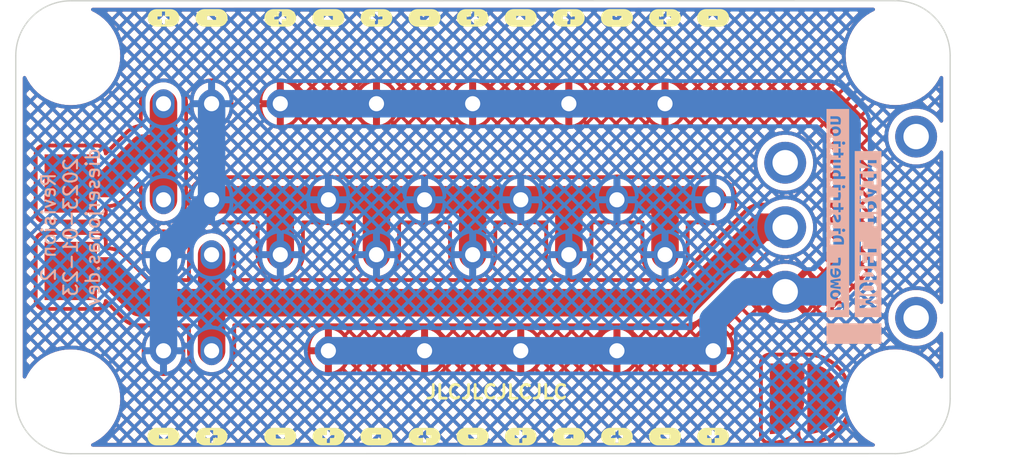
<source format=kicad_pcb>
(kicad_pcb (version 20211014) (generator pcbnew)
  (title_block (title "Model Train Power Distribution Board") (date "2023-01-23") (rev "2") (company "Jonas Döbertin"))
  (layers (0 "F.Cu" signal) (31 "B.Cu" signal) (34 "B.Paste" user) (35 "F.Paste" user) (36 "B.SilkS" user "B.Silkscreen") (37 "F.SilkS" user "F.Silkscreen") (38 "B.Mask" user) (39 "F.Mask" user) (44 "Edge.Cuts" user))
  (net 0 "")
  (net 1 "PWR_N")
  (net 2 "PWR_P")
  (net 3 "Net-(F1-Pad1)")
  (net 4 "/PWR_P_LOCAL")
  (footprint "kibuzzard-63B5E5AD" (layer "F.Cu") (at 151.25 75.75 180)
    (fp_text reference "kibuzzard-63B5E5AD" hide)
    (fp_text value "G***" hide)
  )
  (footprint "kibuzzard-63B5E5AD" (layer "F.Cu") (at 154.75 106.25)
    (fp_text reference "kibuzzard-63B5E5AD" hide)
    (fp_text value "G***" hide)
  )
  (footprint "kibuzzard-63B5E5AD" (layer "F.Cu") (at 147.75 106.25)
    (fp_text reference "kibuzzard-63B5E5AD" hide)
    (fp_text value "G***" hide)
  )
  (footprint "Connector_Wago:WAGO_2086-1230" (layer "F.Cu") (at 139 96.5)
    (fp_text reference "J4" hide)
    (fp_text value "WAGO 2086-1230")
    (pad "1" thru_hole oval (at -15.75 -3.5) (size 1.6 2.1) (drill 1.1) (layers *.Cu *.Mask) (net 1 "PWR_N"))
    (pad "2" thru_hole oval (at -12.25 3.5) (size 1.6 2.1) (drill 1.1) (layers *.Cu *.Mask) (net 4 "/PWR_P_LOCAL"))
    (pad "3" thru_hole oval (at -8.75 -3.5) (size 1.6 2.1) (drill 1.1) (layers *.Cu *.Mask) (net 1 "PWR_N"))
    (pad "4" thru_hole oval (at -5.25 3.5) (size 1.6 2.1) (drill 1.1) (layers *.Cu *.Mask) (net 4 "/PWR_P_LOCAL"))
    (pad "5" thru_hole oval (at -1.75 -3.5) (size 1.6 2.1) (drill 1.1) (layers *.Cu *.Mask) (net 1 "PWR_N"))
    (pad "6" thru_hole oval (at 1.75 3.5) (size 1.6 2.1) (drill 1.1) (layers *.Cu *.Mask) (net 4 "/PWR_P_LOCAL"))
    (pad "7" thru_hole oval (at 5.25 -3.5) (size 1.6 2.1) (drill 1.1) (layers *.Cu *.Mask) (net 1 "PWR_N"))
    (pad "8" thru_hole oval (at 8.75 3.5) (size 1.6 2.1) (drill 1.1) (layers *.Cu *.Mask) (net 4 "/PWR_P_LOCAL"))
    (pad "9" thru_hole oval (at 12.25 -3.5) (size 1.6 2.1) (drill 1.1) (layers *.Cu *.Mask) (net 1 "PWR_N"))
    (pad "10" thru_hole oval (at 15.75 3.5) (size 1.6 2.1) (drill 1.1) (layers *.Cu *.Mask) (net 4 "/PWR_P_LOCAL"))
  )
  (footprint "kibuzzard-63B5E5AD" (layer "F.Cu") (at 114.75 75.75 180)
    (fp_text reference "kibuzzard-63B5E5AD" hide)
    (fp_text value "G***" hide)
  )
  (footprint "kibuzzard-63B5E5AD" (layer "F.Cu") (at 144.25 75.75 180)
    (fp_text reference "kibuzzard-63B5E5AD" hide)
    (fp_text value "G***" hide)
  )
  (footprint "kibuzzard-63B5E54B" (layer "F.Cu") (at 147.75 75.75)
    (fp_text reference "kibuzzard-63B5E54B" hide)
    (fp_text value "G***" hide)
  )
  (footprint "kibuzzard-63B5E54B" (layer "F.Cu") (at 151.25 106.25 180)
    (fp_text reference "kibuzzard-63B5E54B" hide)
    (fp_text value "G***" hide)
  )
  (footprint "kibuzzard-63B5E54B" (layer "F.Cu") (at 144.25 106.25 180)
    (fp_text reference "kibuzzard-63B5E54B" hide)
    (fp_text value "G***" hide)
  )
  (footprint "kibuzzard-63B5E5AD" (layer "F.Cu") (at 123.25 75.75 180)
    (fp_text reference "kibuzzard-63B5E5AD" hide)
    (fp_text value "G***" hide)
  )
  (footprint "kibuzzard-63B5E54B" (layer "F.Cu") (at 118.25 75.75)
    (fp_text reference "kibuzzard-63B5E54B" hide)
    (fp_text value "G***" hide)
  )
  (footprint "MountingHole:MountingHole_3.2mm_M3" (layer "F.Cu") (at 108 103.5)
    (fp_text reference "H4" hide)
    (fp_text value "MountingHole")
    (pad "" np_thru_hole circle (at 0 0) (size 3.2 3.2) (drill 3.2) (layers F&B.Cu *.Mask) (clearance 2))
  )
  (footprint "Connector_Wago:WAGO_2086-1202" (layer "F.Cu") (at 116.5 85.5 180)
    (fp_text reference "J1" hide)
    (fp_text value "WAGO 2086-1202")
    (pad "1" thru_hole oval (at -1.75 3.5 180) (size 1.6 2.1) (drill 1.1) (layers *.Cu *.Mask) (net 1 "PWR_N"))
    (pad "1" thru_hole oval (at -1.75 -3.5 180) (size 1.6 2.1) (drill 1.1) (layers *.Cu *.Mask) (net 1 "PWR_N"))
    (pad "2" thru_hole oval (at 1.75 3.5 180) (size 1.6 2.1) (drill 1.1) (layers *.Cu *.Mask) (net 3 "Net-(F1-Pad1)"))
    (pad "2" thru_hole oval (at 1.75 -3.5 180) (size 1.6 2.1) (drill 1.1) (layers *.Cu *.Mask) (net 3 "Net-(F1-Pad1)"))
  )
  (footprint "kibuzzard-63B5E54B" (layer "F.Cu") (at 123.25 106.25 180)
    (fp_text reference "kibuzzard-63B5E54B" hide)
    (fp_text value "G***" hide)
  )
  (footprint "kibuzzard-63B5E5AD" (layer "F.Cu") (at 130.25 75.75 180)
    (fp_text reference "kibuzzard-63B5E5AD" hide)
    (fp_text value "G***" hide)
  )
  (footprint "kibuzzard-63B5E5AD" (layer "F.Cu") (at 126.75 106.25)
    (fp_text reference "kibuzzard-63B5E5AD" hide)
    (fp_text value "G***" hide)
  )
  (footprint "kibuzzard-63B5E54B" (layer "F.Cu") (at 114.75 106.25 180)
    (fp_text reference "kibuzzard-63B5E54B" hide)
    (fp_text value "G***" hide)
  )
  (footprint "Button_Switch_THT:SW_Salecom_TS-13P_SPDT" (layer "F.Cu") (at 159.995 95.7 90)
    (fp_text reference "SW1" hide)
    (fp_text value "TS-13P")
    (pad "" thru_hole circle (at -1.905 9.53 90) (size 3.05 3.05) (drill 1.85) (layers *.Cu *.Mask))
    (pad "" thru_hole circle (at 11.305 9.53 90) (size 3.05 3.05) (drill 1.85) (layers *.Cu *.Mask))
    (pad "1" thru_hole circle (at 9.4 0 90) (size 3.05 3.05) (drill 1.85) (layers *.Cu *.Mask))
    (pad "2" thru_hole circle (at 4.7 0 90) (size 3.05 3.05) (drill 1.85) (layers *.Cu *.Mask) (net 2 "PWR_P"))
    (pad "3" thru_hole circle (at 0 0 90) (size 3.05 3.05) (drill 1.85) (layers *.Cu *.Mask) (net 4 "/PWR_P_LOCAL"))
  )
  (footprint "MountingHole:MountingHole_3.2mm_M3" (layer "F.Cu") (at 108 78.505)
    (fp_text reference "H1" hide)
    (fp_text value "MountingHole")
    (pad "" np_thru_hole circle (at 0 0) (size 3.2 3.2) (drill 3.2) (layers F&B.Cu *.Mask) (clearance 2))
  )
  (footprint "kibuzzard-63B5E54B" (layer "F.Cu") (at 140.75 75.75)
    (fp_text reference "kibuzzard-63B5E54B" hide)
    (fp_text value "G***" hide)
  )
  (footprint "kibuzzard-63B5E5AD" (layer "F.Cu") (at 140.75 106.25)
    (fp_text reference "kibuzzard-63B5E5AD" hide)
    (fp_text value "G***" hide)
  )
  (footprint "kibuzzard-63B5E5AD" (layer "F.Cu") (at 118.25 106.25)
    (fp_text reference "kibuzzard-63B5E5AD" hide)
    (fp_text value "G***" hide)
  )
  (footprint "Connector_Wago:WAGO_2086-1230" (layer "F.Cu") (at 139 85.5 180)
    (fp_text reference "J3" hide)
    (fp_text value "WAGO 2086-1230")
    (pad "1" thru_hole oval (at -15.75 -3.5 180) (size 1.6 2.1) (drill 1.1) (layers *.Cu *.Mask) (net 1 "PWR_N"))
    (pad "2" thru_hole oval (at -12.25 3.5 180) (size 1.6 2.1) (drill 1.1) (layers *.Cu *.Mask) (net 4 "/PWR_P_LOCAL"))
    (pad "3" thru_hole oval (at -8.75 -3.5 180) (size 1.6 2.1) (drill 1.1) (layers *.Cu *.Mask) (net 1 "PWR_N"))
    (pad "4" thru_hole oval (at -5.25 3.5 180) (size 1.6 2.1) (drill 1.1) (layers *.Cu *.Mask) (net 4 "/PWR_P_LOCAL"))
    (pad "5" thru_hole oval (at -1.75 -3.5 180) (size 1.6 2.1) (drill 1.1) (layers *.Cu *.Mask) (net 1 "PWR_N"))
    (pad "6" thru_hole oval (at 1.75 3.5 180) (size 1.6 2.1) (drill 1.1) (layers *.Cu *.Mask) (net 4 "/PWR_P_LOCAL"))
    (pad "7" thru_hole oval (at 5.25 -3.5 180) (size 1.6 2.1) (drill 1.1) (layers *.Cu *.Mask) (net 1 "PWR_N"))
    (pad "8" thru_hole oval (at 8.75 3.5 180) (size 1.6 2.1) (drill 1.1) (layers *.Cu *.Mask) (net 4 "/PWR_P_LOCAL"))
    (pad "9" thru_hole oval (at 12.25 -3.5 180) (size 1.6 2.1) (drill 1.1) (layers *.Cu *.Mask) (net 1 "PWR_N"))
    (pad "10" thru_hole oval (at 15.75 3.5 180) (size 1.6 2.1) (drill 1.1) (layers *.Cu *.Mask) (net 4 "/PWR_P_LOCAL"))
  )
  (footprint "kibuzzard-63B5E54B" (layer "F.Cu") (at 130.25 106.25 180)
    (fp_text reference "kibuzzard-63B5E54B" hide)
    (fp_text value "G***" hide)
  )
  (footprint "kibuzzard-63B5E54B" (layer "F.Cu") (at 137.25 106.25 180)
    (fp_text reference "kibuzzard-63B5E54B" hide)
    (fp_text value "G***" hide)
  )
  (footprint "kibuzzard-63B5E54B" (layer "F.Cu") (at 133.75 75.75)
    (fp_text reference "kibuzzard-63B5E54B" hide)
    (fp_text value "G***" hide)
  )
  (footprint "kibuzzard-63B5E54B" (layer "F.Cu") (at 154.75 75.75)
    (fp_text reference "kibuzzard-63B5E54B" hide)
    (fp_text value "G***" hide)
  )
  (footprint "Connector_Wago:WAGO_2086-1202" (layer "F.Cu") (at 116.5 96.5)
    (fp_text reference "J2" hide)
    (fp_text value "WAGO 2086-1202")
    (pad "1" thru_hole oval (at -1.75 3.5) (size 1.6 2.1) (drill 1.1) (layers *.Cu *.Mask) (net 1 "PWR_N"))
    (pad "1" thru_hole oval (at -1.75 -3.5) (size 1.6 2.1) (drill 1.1) (layers *.Cu *.Mask) (net 1 "PWR_N"))
    (pad "2" thru_hole oval (at 1.75 -3.5) (size 1.6 2.1) (drill 1.1) (layers *.Cu *.Mask) (net 2 "PWR_P"))
    (pad "2" thru_hole oval (at 1.75 3.5) (size 1.6 2.1) (drill 1.1) (layers *.Cu *.Mask) (net 2 "PWR_P"))
  )
  (footprint "Fuse:Fuseholder_Littelfuse_Nano2_154x" (layer "F.Cu") (at 108 91 -90)
    (fp_text reference "F1" hide)
    (fp_text value "SMF OMNI-BLOK @ 2A")
    (pad "1" smd rect (at -3.185 0 270) (size 4.24 3.81) (layers "F.Cu" "F.Paste" "F.Mask") (net 3 "Net-(F1-Pad1)"))
    (pad "2" smd rect (at 3.185 0 270) (size 4.24 3.81) (layers "F.Cu" "F.Paste" "F.Mask") (net 2 "PWR_P"))
  )
  (footprint "MountingHole:MountingHole_3.2mm_M3" (layer "F.Cu") (at 168 103.495)
    (fp_text reference "H3" hide)
    (fp_text value "MountingHole")
    (pad "" np_thru_hole circle (at 0 0) (size 3.2 3.2) (drill 3.2) (layers F&B.Cu *.Mask) (clearance 2))
  )
  (footprint "MountingHole:MountingHole_3.2mm_M3" (layer "F.Cu") (at 168 78.5)
    (fp_text reference "H2" hide)
    (fp_text value "MountingHole")
    (pad "" np_thru_hole circle (at 0 0) (size 3.2 3.2) (drill 3.2) (layers F&B.Cu *.Mask) (clearance 2))
  )
  (footprint "kibuzzard-63B5E54B" (layer "F.Cu") (at 126.75 75.75)
    (fp_text reference "kibuzzard-63B5E54B" hide)
    (fp_text value "G***" hide)
  )
  (footprint "Symbol:JD-Logo_5mm_Copper" (layer "F.Cu") (at 161.5 103.5)
    (fp_text reference "REF**" hide)
    (fp_text value "JD-Logo_5mm_Copper")
    (fp_poly (pts (xy -0.104477 0.000001) (xy -0.10776 0.132299) (xy -0.117503 0.26287) (xy -0.133547 0.391551) (xy -0.155734 0.51818) (xy -0.183904 0.642596) (xy -0.217898 0.764636) (xy -0.257557 0.884137) (xy -0.302724 1.000939) (xy -0.353238 1.114878) (xy -0.408941 1.225792) (xy -0.469673 1.33352) (xy -0.535277 1.437899) (xy -0.605592 1.538766) (xy -0.680461 1.635961) (xy -0.759724 1.72932) (xy -0.843222 1.818682) (xy -0.930797 1.903885) (xy -1.022289 1.984765) (xy -1.11754 2.061162) (xy -1.216391 2.132912) (xy -1.318682 2.199854) (xy -1.424255 2.261826) (xy -1.532951 2.318666) (xy -1.644612 2.370211) (xy -1.759077 2.416299) (xy -1.876188 2.456767) (xy -1.995787 2.491455) (xy -2.117714 2.5202) (xy -2.241811 2.542839) (xy -2.367918 2.559211) (xy -2.495877 2.569152) (xy -2.625529 2.572502) (xy -2.625529 -2.572501) (xy -0.104477 -2.572501)) (layer "F.Cu") (width 0) (fill solid))
    (fp_poly (pts (xy 0.249741 -2.56835) (xy 0.376978 -2.557678) (xy 0.502361 -2.540643) (xy 0.625732 -2.517407) (xy 0.746935 -2.48813) (xy 0.865812 -2.452972) (xy 0.982206 -2.412094) (xy 1.095959 -2.365656) (xy 1.206916 -2.313818) (xy 1.314918 -2.25674) (xy 1.419809 -2.194584) (xy 1.521431 -2.127508) (xy 1.619628 -2.055675) (xy 1.714242 -1.979243) (xy 1.805116 -1.898374) (xy 1.892093 -1.813227) (xy 1.975016 -1.723963) (xy 2.053728 -1.630743) (xy 2.128071 -1.533726) (xy 2.197889 -1.433074) (xy 2.263024 -1.328945) (xy 2.32332 -1.221502) (xy 2.378619 -1.110903) (xy 2.428764 -0.99731) (xy 2.473598 -0.880882) (xy 2.512964 -0.761781) (xy 2.546705 -0.640166) (xy 2.574663 -0.516198) (xy 2.596682 -0.390036) (xy 2.612604 -0.261843) (xy 2.622273 -0.131777) (xy 2.62553 0.000001) (xy 2.622247 0.132299) (xy 2.612504 0.26287) (xy 2.59646 0.391551) (xy 2.574274 0.51818) (xy 2.546104 0.642596) (xy 2.51211 0.764636) (xy 2.47245 0.884137) (xy 2.427284 1.000939) (xy 2.37677 1.114878) (xy 2.321067 1.225792) (xy 2.260334 1.33352) (xy 2.194731 1.437899) (xy 2.124415 1.538766) (xy 2.049546 1.635961) (xy 1.970283 1.72932) (xy 1.886785 1.818682) (xy 1.79921 1.903885) (xy 1.707718 1.984765) (xy 1.612467 2.061162) (xy 1.513617 2.132912) (xy 1.411325 2.199854) (xy 1.305752 2.261826) (xy 1.197056 2.318666) (xy 1.085396 2.370211) (xy 0.970931 2.416299) (xy 0.853819 2.456767) (xy 0.734221 2.491455) (xy 0.612293 2.5202) (xy 0.488197 2.542839) (xy 0.362089 2.559211) (xy 0.23413 2.569152) (xy 0.104479 2.572502) (xy 0.104479 -2.572501) (xy 0.120806 -2.572501)) (layer "F.Cu") (width 0) (fill solid))
  )
  (footprint "kibuzzard-63B5E5AD" (layer "F.Cu") (at 137.25 75.75 180)
    (fp_text reference "kibuzzard-63B5E5AD" hide)
    (fp_text value "G***" hide)
  )
  (footprint "kibuzzard-63B5E5AD" (layer "F.Cu") (at 133.75 106.25)
    (fp_text reference "kibuzzard-63B5E5AD" hide)
    (fp_text value "G***" hide)
  )
  (footprint "kibuzzard-63B567D8" (layer "B.Cu") (at 163.825765 89.966806 90)
    (fp_text reference "kibuzzard-63B567D8" hide)
    (fp_text value "G***" hide)
  )
  (footprint "kibuzzard-63B56753" (layer "B.Cu") (at 166.028318 91.5 90)
    (fp_text reference "kibuzzard-63B56753" hide)
    (fp_text value "G***" hide)
  )
  (gr_poly (pts (xy 163 98) (xy 163 99.5) (xy 167 99.5) (xy 167 98)) (layer "B.SilkS") (width 0) (fill solid))
  (gr_line (start 108 74.505) (end 168 74.495) (layer "Edge.Cuts") (width 0.1))
  (gr_line (start 104 103.5) (end 104 78.505) (layer "Edge.Cuts") (width 0.1))
  (gr_arc (start 108 107.5) (mid 105.171573 106.328427) (end 104 103.5) (layer "Edge.Cuts") (width 0.1))
  (gr_line (start 172 78.495) (end 172 103.495) (layer "Edge.Cuts") (width 0.1))
  (gr_line (start 168 107.495) (end 108 107.5) (layer "Edge.Cuts") (width 0.1))
  (gr_arc (start 168 74.495) (mid 170.828427 75.666573) (end 172 78.495) (layer "Edge.Cuts") (width 0.1))
  (gr_arc (start 104 78.505) (mid 105.171573 75.676573) (end 108 74.505) (layer "Edge.Cuts") (width 0.1))
  (gr_arc (start 172 103.495) (mid 170.828427 106.323427) (end 168 107.495) (layer "Edge.Cuts") (width 0.1))
  (gr_text "Revision ${REVISION}\n${ISSUE_DATE}\ndieserjonas.dev" (at 108 91 90) (layer "B.SilkS") (effects (font (size 1 1)) (justify mirror)))
  (gr_text "JLCJLCJLCJLC" (at 139 103) (layer "F.SilkS") (effects (font (size 1 1) (thickness 0.2))))
  (segment (start 118.25 89) (end 123 89) (width 2) (layer "F.Cu") (net 1))
  (segment (start 137.5 89) (end 140.75 89) (width 2) (layer "F.Cu") (net 1))
  (segment (start 151.5 89) (end 154.75 89) (width 2) (layer "F.Cu") (net 1))
  (segment (start 147.75 89) (end 151.5 89) (width 2) (layer "F.Cu") (net 1))
  (segment (start 137.25 89.25) (end 137.5 89) (width 2) (layer "F.Cu") (net 1))
  (segment (start 140.75 89) (end 144.5 89) (width 2) (layer "F.Cu") (net 1))
  (segment (start 144.25 93) (end 144.25 89.25) (width 2) (layer "F.Cu") (net 1))
  (segment (start 133.75 89) (end 137.5 89) (width 2) (layer "F.Cu") (net 1))
  (segment (start 123.25 89.25) (end 123 89) (width 2) (layer "F.Cu") (net 1))
  (segment (start 130.25 89.25) (end 130 89) (width 2) (layer "F.Cu") (net 1))
  (segment (start 151.25 93) (end 151.25 89.25) (width 2) (layer "F.Cu") (net 1))
  (segment (start 123.25 93) (end 123.25 89.25) (width 2) (layer "F.Cu") (net 1))
  (segment (start 123 89) (end 126.75 89) (width 2) (layer "F.Cu") (net 1))
  (segment (start 126.75 89) (end 130 89) (width 2) (layer "F.Cu") (net 1))
  (segment (start 137.25 93) (end 137.25 89.25) (width 2) (layer "F.Cu") (net 1))
  (segment (start 130.25 93) (end 130.25 89.25) (width 2) (layer "F.Cu") (net 1))
  (segment (start 144.25 89.25) (end 144.5 89) (width 2) (layer "F.Cu") (net 1))
  (segment (start 151.25 89.25) (end 151.5 89) (width 2) (layer "F.Cu") (net 1))
  (segment (start 144.5 89) (end 147.75 89) (width 2) (layer "F.Cu") (net 1))
  (segment (start 130 89) (end 133.75 89) (width 2) (layer "F.Cu") (net 1))
  (segment (start 118.25 89) (end 118.25 82) (width 2) (layer "B.Cu") (net 1))
  (segment (start 114.75 93) (end 114.75 100) (width 2) (layer "B.Cu") (net 1))
  (segment (start 116.75 90.75) (end 118.25 89) (width 2) (layer "B.Cu") (net 1))
  (segment (start 114.75 93) (end 116.75 90.75) (width 2) (layer "B.Cu") (net 1))
  (segment (start 158.25 91) (end 152.75 96.5) (width 2) (layer "F.Cu") (net 2))
  (segment (start 118.25 93) (end 118.25 96.25) (width 2) (layer "F.Cu") (net 2))
  (segment (start 118.25 96.25) (end 118.25 100) (width 2) (layer "F.Cu") (net 2))
  (segment (start 152.75 96.5) (end 113 96.5) (width 2) (layer "F.Cu") (net 2))
  (segment (start 110.685 94.185) (end 108 94.185) (width 2) (layer "F.Cu") (net 2))
  (segment (start 113 96.5) (end 110.685 94.185) (width 2) (layer "F.Cu") (net 2))
  (segment (start 159.995 91) (end 158.25 91) (width 2) (layer "F.Cu") (net 2))
  (segment (start 114.75 82) (end 114.75 85.25) (width 2) (layer "F.Cu") (net 3))
  (segment (start 114.75 85.25) (end 114.75 89) (width 2) (layer "F.Cu") (net 3))
  (segment (start 108 87.815) (end 110.685 87.815) (width 2) (layer "F.Cu") (net 3))
  (segment (start 110.685 87.815) (end 113.25 85.25) (width 2) (layer "F.Cu") (net 3))
  (segment (start 113.25 85.25) (end 114.75 85.25) (width 2) (layer "F.Cu") (net 3))
  (segment (start 159.995 95.7) (end 162.8 95.7) (width 2) (layer "B.Cu") (net 4))
  (segment (start 133.75 100) (end 126.75 100) (width 2) (layer "B.Cu") (net 4))
  (segment (start 156.8 95.7) (end 154.75 97.75) (width 2) (layer "B.Cu") (net 4))
  (segment (start 164.5 94) (end 164.5 83.5) (width 2) (layer "B.Cu") (net 4))
  (segment (start 162.8 95.7) (end 164.5 94) (width 2) (layer "B.Cu") (net 4))
  (segment (start 137.25 82) (end 144.25 82) (width 2) (layer "B.Cu") (net 4))
  (segment (start 163 82) (end 151.25 82) (width 2) (layer "B.Cu") (net 4))
  (segment (start 147.75 100) (end 154.75 100) (width 2) (layer "B.Cu") (net 4))
  (segment (start 140.75 100) (end 133.75 100) (width 2) (layer "B.Cu") (net 4))
  (segment (start 159.995 95.7) (end 156.8 95.7) (width 2) (layer "B.Cu") (net 4))
  (segment (start 154.75 97.75) (end 154.75 100) (width 2) (layer "B.Cu") (net 4))
  (segment (start 164.5 83.5) (end 163 82) (width 2) (layer "B.Cu") (net 4))
  (segment (start 130.25 82) (end 137.25 82) (width 2) (layer "B.Cu") (net 4))
  (segment (start 144.25 82) (end 151.25 82) (width 2) (layer "B.Cu") (net 4))
  (segment (start 147.75 100) (end 140.75 100) (width 2) (layer "B.Cu") (net 4))
  (segment (start 123.25 82) (end 130.25 82) (width 2) (layer "B.Cu") (net 4))
  (zone (net 4) (net_name "/PWR_P_LOCAL") (layer "F.Cu") (connect_pads (clearance 0.508)) (min_thickness 0.254) (fill yes (mode hatch) (thermal_gap 0.508) (thermal_bridge_width 0.508) (hatch_thickness 0.254) (hatch_gap 0.508) (hatch_orientation 45) (hatch_border_algorithm hatch_thickness) (hatch_min_hole_area 0.3))
    (polygon (pts (xy 172 107.5) (xy 104 107.5) (xy 104 74.5) (xy 172 74.5)))
  )
  (zone (net 1) (net_name "PWR_N") (layer "B.Cu") (connect_pads (clearance 0.508)) (min_thickness 0.254) (fill yes (mode hatch) (thermal_gap 0.508) (thermal_bridge_width 0.508) (hatch_thickness 0.254) (hatch_gap 0.508) (hatch_orientation 45) (hatch_border_algorithm hatch_thickness) (hatch_min_hole_area 0.3))
    (polygon (pts (xy 172 107.5) (xy 104 107.5) (xy 104 74.5) (xy 172 74.5)))
  )
)
</source>
